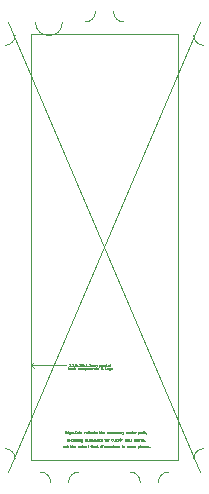
<source format=gbr>
G04 #@! TF.GenerationSoftware,KiCad,Pcbnew,5.1.4-e60b266~84~ubuntu19.04.1*
G04 #@! TF.CreationDate,2019-08-12T19:04:04-04:00*
G04 #@! TF.ProjectId,pcb2molex8878,70636232-6d6f-46c6-9578-383837382e6b,rev?*
G04 #@! TF.SameCoordinates,Original*
G04 #@! TF.FileFunction,Drawing*
%FSLAX46Y46*%
G04 Gerber Fmt 4.6, Leading zero omitted, Abs format (unit mm)*
G04 Created by KiCad (PCBNEW 5.1.4-e60b266~84~ubuntu19.04.1) date 2019-08-12 19:04:04*
%MOMM*%
%LPD*%
G04 APERTURE LIST*
%ADD10C,0.010000*%
%ADD11C,0.005080*%
%ADD12C,0.025400*%
G04 APERTURE END LIST*
D10*
X140968400Y-109187000D02*
X143968400Y-109187000D01*
X140968400Y-109187000D02*
X141218400Y-109437000D01*
X141218400Y-108937000D02*
X140968400Y-109187000D01*
X140968400Y-81187000D02*
X140968400Y-117187000D01*
X153468400Y-81187000D02*
X140968400Y-81187000D01*
X153468400Y-117187000D02*
X153468400Y-81187000D01*
X140968400Y-117187000D02*
X153468400Y-117187000D01*
D11*
X155638500Y-82118200D02*
G75*
G02X154774900Y-81254600I0J863600D01*
G01*
X139661900Y-81254600D02*
G75*
G02X138798300Y-82118200I-863600J0D01*
G01*
X154774900Y-117119400D02*
G75*
G02X155638500Y-116255800I863600J0D01*
G01*
X138798300Y-116255800D02*
G75*
G02X139661900Y-117119400I0J-863600D01*
G01*
D10*
X139090400Y-118237000D02*
X155346400Y-80137000D01*
X139090400Y-80137000D02*
X155346400Y-118237000D01*
D11*
X148844000Y-80137000D02*
G75*
G02X147980400Y-79273400I0J863600D01*
G01*
X146456400Y-79273400D02*
G75*
G02X145592800Y-80137000I-863600J0D01*
G01*
X149390100Y-118237000D02*
G75*
G02X150253700Y-119100600I0J-863600D01*
G01*
X151777700Y-119100600D02*
G75*
G02X152641300Y-118237000I863600J0D01*
G01*
X144183100Y-119100600D02*
G75*
G02X145046700Y-118237000I863600J0D01*
G01*
X141795500Y-118237000D02*
G75*
G02X142659100Y-119100600I0J-863600D01*
G01*
D12*
X143662400Y-80137000D02*
G75*
G02X141376400Y-80137000I-1143000J0D01*
G01*
D10*
X144111257Y-109527476D02*
X144111257Y-109327476D01*
X144111257Y-109403666D02*
X144130304Y-109394142D01*
X144168400Y-109394142D01*
X144187447Y-109403666D01*
X144196971Y-109413190D01*
X144206495Y-109432238D01*
X144206495Y-109489380D01*
X144196971Y-109508428D01*
X144187447Y-109517952D01*
X144168400Y-109527476D01*
X144130304Y-109527476D01*
X144111257Y-109517952D01*
X144377923Y-109527476D02*
X144377923Y-109422714D01*
X144368400Y-109403666D01*
X144349352Y-109394142D01*
X144311257Y-109394142D01*
X144292209Y-109403666D01*
X144377923Y-109517952D02*
X144358876Y-109527476D01*
X144311257Y-109527476D01*
X144292209Y-109517952D01*
X144282685Y-109498904D01*
X144282685Y-109479857D01*
X144292209Y-109460809D01*
X144311257Y-109451285D01*
X144358876Y-109451285D01*
X144377923Y-109441761D01*
X144558876Y-109517952D02*
X144539828Y-109527476D01*
X144501733Y-109527476D01*
X144482685Y-109517952D01*
X144473161Y-109508428D01*
X144463638Y-109489380D01*
X144463638Y-109432238D01*
X144473161Y-109413190D01*
X144482685Y-109403666D01*
X144501733Y-109394142D01*
X144539828Y-109394142D01*
X144558876Y-109403666D01*
X144644590Y-109527476D02*
X144644590Y-109327476D01*
X144663638Y-109451285D02*
X144720780Y-109527476D01*
X144720780Y-109394142D02*
X144644590Y-109470333D01*
X145044590Y-109517952D02*
X145025542Y-109527476D01*
X144987447Y-109527476D01*
X144968400Y-109517952D01*
X144958876Y-109508428D01*
X144949352Y-109489380D01*
X144949352Y-109432238D01*
X144958876Y-109413190D01*
X144968400Y-109403666D01*
X144987447Y-109394142D01*
X145025542Y-109394142D01*
X145044590Y-109403666D01*
X145158876Y-109527476D02*
X145139828Y-109517952D01*
X145130304Y-109508428D01*
X145120780Y-109489380D01*
X145120780Y-109432238D01*
X145130304Y-109413190D01*
X145139828Y-109403666D01*
X145158876Y-109394142D01*
X145187447Y-109394142D01*
X145206495Y-109403666D01*
X145216019Y-109413190D01*
X145225542Y-109432238D01*
X145225542Y-109489380D01*
X145216019Y-109508428D01*
X145206495Y-109517952D01*
X145187447Y-109527476D01*
X145158876Y-109527476D01*
X145311257Y-109527476D02*
X145311257Y-109394142D01*
X145311257Y-109413190D02*
X145320780Y-109403666D01*
X145339828Y-109394142D01*
X145368400Y-109394142D01*
X145387447Y-109403666D01*
X145396971Y-109422714D01*
X145396971Y-109527476D01*
X145396971Y-109422714D02*
X145406495Y-109403666D01*
X145425542Y-109394142D01*
X145454114Y-109394142D01*
X145473161Y-109403666D01*
X145482685Y-109422714D01*
X145482685Y-109527476D01*
X145577923Y-109394142D02*
X145577923Y-109594142D01*
X145577923Y-109403666D02*
X145596971Y-109394142D01*
X145635066Y-109394142D01*
X145654114Y-109403666D01*
X145663638Y-109413190D01*
X145673161Y-109432238D01*
X145673161Y-109489380D01*
X145663638Y-109508428D01*
X145654114Y-109517952D01*
X145635066Y-109527476D01*
X145596971Y-109527476D01*
X145577923Y-109517952D01*
X145787447Y-109527476D02*
X145768400Y-109517952D01*
X145758876Y-109508428D01*
X145749352Y-109489380D01*
X145749352Y-109432238D01*
X145758876Y-109413190D01*
X145768400Y-109403666D01*
X145787447Y-109394142D01*
X145816019Y-109394142D01*
X145835066Y-109403666D01*
X145844590Y-109413190D01*
X145854114Y-109432238D01*
X145854114Y-109489380D01*
X145844590Y-109508428D01*
X145835066Y-109517952D01*
X145816019Y-109527476D01*
X145787447Y-109527476D01*
X145939828Y-109394142D02*
X145939828Y-109527476D01*
X145939828Y-109413190D02*
X145949352Y-109403666D01*
X145968400Y-109394142D01*
X145996971Y-109394142D01*
X146016019Y-109403666D01*
X146025542Y-109422714D01*
X146025542Y-109527476D01*
X146196971Y-109517952D02*
X146177923Y-109527476D01*
X146139828Y-109527476D01*
X146120780Y-109517952D01*
X146111257Y-109498904D01*
X146111257Y-109422714D01*
X146120780Y-109403666D01*
X146139828Y-109394142D01*
X146177923Y-109394142D01*
X146196971Y-109403666D01*
X146206495Y-109422714D01*
X146206495Y-109441761D01*
X146111257Y-109460809D01*
X146292209Y-109394142D02*
X146292209Y-109527476D01*
X146292209Y-109413190D02*
X146301733Y-109403666D01*
X146320780Y-109394142D01*
X146349352Y-109394142D01*
X146368400Y-109403666D01*
X146377923Y-109422714D01*
X146377923Y-109527476D01*
X146444590Y-109394142D02*
X146520780Y-109394142D01*
X146473161Y-109327476D02*
X146473161Y-109498904D01*
X146482685Y-109517952D01*
X146501733Y-109527476D01*
X146520780Y-109527476D01*
X146577923Y-109517952D02*
X146596971Y-109527476D01*
X146635066Y-109527476D01*
X146654114Y-109517952D01*
X146663638Y-109498904D01*
X146663638Y-109489380D01*
X146654114Y-109470333D01*
X146635066Y-109460809D01*
X146606495Y-109460809D01*
X146587447Y-109451285D01*
X146577923Y-109432238D01*
X146577923Y-109422714D01*
X146587447Y-109403666D01*
X146606495Y-109394142D01*
X146635066Y-109394142D01*
X146654114Y-109403666D01*
X147063638Y-109527476D02*
X147054114Y-109527476D01*
X147035066Y-109517952D01*
X147006495Y-109489380D01*
X146958876Y-109432238D01*
X146939828Y-109403666D01*
X146930304Y-109375095D01*
X146930304Y-109356047D01*
X146939828Y-109337000D01*
X146958876Y-109327476D01*
X146968400Y-109327476D01*
X146987447Y-109337000D01*
X146996971Y-109356047D01*
X146996971Y-109365571D01*
X146987447Y-109384619D01*
X146977923Y-109394142D01*
X146920780Y-109432238D01*
X146911257Y-109441761D01*
X146901733Y-109460809D01*
X146901733Y-109489380D01*
X146911257Y-109508428D01*
X146920780Y-109517952D01*
X146939828Y-109527476D01*
X146968400Y-109527476D01*
X146987447Y-109517952D01*
X146996971Y-109508428D01*
X147025542Y-109470333D01*
X147035066Y-109441761D01*
X147035066Y-109422714D01*
X147330304Y-109527476D02*
X147311257Y-109517952D01*
X147301733Y-109498904D01*
X147301733Y-109327476D01*
X147482685Y-109517952D02*
X147463638Y-109527476D01*
X147425542Y-109527476D01*
X147406495Y-109517952D01*
X147396971Y-109498904D01*
X147396971Y-109422714D01*
X147406495Y-109403666D01*
X147425542Y-109394142D01*
X147463638Y-109394142D01*
X147482685Y-109403666D01*
X147492209Y-109422714D01*
X147492209Y-109441761D01*
X147396971Y-109460809D01*
X147663638Y-109394142D02*
X147663638Y-109556047D01*
X147654114Y-109575095D01*
X147644590Y-109584619D01*
X147625542Y-109594142D01*
X147596971Y-109594142D01*
X147577923Y-109584619D01*
X147663638Y-109517952D02*
X147644590Y-109527476D01*
X147606495Y-109527476D01*
X147587447Y-109517952D01*
X147577923Y-109508428D01*
X147568400Y-109489380D01*
X147568400Y-109432238D01*
X147577923Y-109413190D01*
X147587447Y-109403666D01*
X147606495Y-109394142D01*
X147644590Y-109394142D01*
X147663638Y-109403666D01*
X147749352Y-109517952D02*
X147768400Y-109527476D01*
X147806495Y-109527476D01*
X147825542Y-109517952D01*
X147835066Y-109498904D01*
X147835066Y-109489380D01*
X147825542Y-109470333D01*
X147806495Y-109460809D01*
X147777923Y-109460809D01*
X147758876Y-109451285D01*
X147749352Y-109432238D01*
X147749352Y-109422714D01*
X147758876Y-109403666D01*
X147777923Y-109394142D01*
X147806495Y-109394142D01*
X147825542Y-109403666D01*
X144363638Y-109277476D02*
X144249352Y-109277476D01*
X144306495Y-109277476D02*
X144306495Y-109077476D01*
X144287447Y-109106047D01*
X144268400Y-109125095D01*
X144249352Y-109134619D01*
X144439828Y-109096523D02*
X144449352Y-109087000D01*
X144468400Y-109077476D01*
X144516019Y-109077476D01*
X144535066Y-109087000D01*
X144544590Y-109096523D01*
X144554114Y-109115571D01*
X144554114Y-109134619D01*
X144544590Y-109163190D01*
X144430304Y-109277476D01*
X144554114Y-109277476D01*
X144639828Y-109258428D02*
X144649352Y-109267952D01*
X144639828Y-109277476D01*
X144630304Y-109267952D01*
X144639828Y-109258428D01*
X144639828Y-109277476D01*
X144830304Y-109077476D02*
X144735066Y-109077476D01*
X144725542Y-109172714D01*
X144735066Y-109163190D01*
X144754114Y-109153666D01*
X144801733Y-109153666D01*
X144820780Y-109163190D01*
X144830304Y-109172714D01*
X144839828Y-109191761D01*
X144839828Y-109239380D01*
X144830304Y-109258428D01*
X144820780Y-109267952D01*
X144801733Y-109277476D01*
X144754114Y-109277476D01*
X144735066Y-109267952D01*
X144725542Y-109258428D01*
X144906495Y-109277476D02*
X145011257Y-109144142D01*
X144906495Y-109144142D02*
X145011257Y-109277476D01*
X145068400Y-109077476D02*
X145192209Y-109077476D01*
X145125542Y-109153666D01*
X145154114Y-109153666D01*
X145173161Y-109163190D01*
X145182685Y-109172714D01*
X145192209Y-109191761D01*
X145192209Y-109239380D01*
X145182685Y-109258428D01*
X145173161Y-109267952D01*
X145154114Y-109277476D01*
X145096971Y-109277476D01*
X145077923Y-109267952D01*
X145068400Y-109258428D01*
X145363638Y-109077476D02*
X145325542Y-109077476D01*
X145306495Y-109087000D01*
X145296971Y-109096523D01*
X145277923Y-109125095D01*
X145268400Y-109163190D01*
X145268400Y-109239380D01*
X145277923Y-109258428D01*
X145287447Y-109267952D01*
X145306495Y-109277476D01*
X145344590Y-109277476D01*
X145363638Y-109267952D01*
X145373161Y-109258428D01*
X145382685Y-109239380D01*
X145382685Y-109191761D01*
X145373161Y-109172714D01*
X145363638Y-109163190D01*
X145344590Y-109153666D01*
X145306495Y-109153666D01*
X145287447Y-109163190D01*
X145277923Y-109172714D01*
X145268400Y-109191761D01*
X145449352Y-109277476D02*
X145554114Y-109144142D01*
X145449352Y-109144142D02*
X145554114Y-109277476D01*
X145735066Y-109277476D02*
X145620780Y-109277476D01*
X145677923Y-109277476D02*
X145677923Y-109077476D01*
X145658876Y-109106047D01*
X145639828Y-109125095D01*
X145620780Y-109134619D01*
X145820780Y-109258428D02*
X145830304Y-109267952D01*
X145820780Y-109277476D01*
X145811257Y-109267952D01*
X145820780Y-109258428D01*
X145820780Y-109277476D01*
X145906495Y-109096523D02*
X145916019Y-109087000D01*
X145935066Y-109077476D01*
X145982685Y-109077476D01*
X146001733Y-109087000D01*
X146011257Y-109096523D01*
X146020780Y-109115571D01*
X146020780Y-109134619D01*
X146011257Y-109163190D01*
X145896971Y-109277476D01*
X146020780Y-109277476D01*
X146106495Y-109277476D02*
X146106495Y-109144142D01*
X146106495Y-109163190D02*
X146116019Y-109153666D01*
X146135066Y-109144142D01*
X146163638Y-109144142D01*
X146182685Y-109153666D01*
X146192209Y-109172714D01*
X146192209Y-109277476D01*
X146192209Y-109172714D02*
X146201733Y-109153666D01*
X146220780Y-109144142D01*
X146249352Y-109144142D01*
X146268400Y-109153666D01*
X146277923Y-109172714D01*
X146277923Y-109277476D01*
X146373161Y-109277476D02*
X146373161Y-109144142D01*
X146373161Y-109163190D02*
X146382685Y-109153666D01*
X146401733Y-109144142D01*
X146430304Y-109144142D01*
X146449352Y-109153666D01*
X146458876Y-109172714D01*
X146458876Y-109277476D01*
X146458876Y-109172714D02*
X146468400Y-109153666D01*
X146487447Y-109144142D01*
X146516019Y-109144142D01*
X146535066Y-109153666D01*
X146544590Y-109172714D01*
X146544590Y-109277476D01*
X146792209Y-109144142D02*
X146792209Y-109344142D01*
X146792209Y-109153666D02*
X146811257Y-109144142D01*
X146849352Y-109144142D01*
X146868400Y-109153666D01*
X146877923Y-109163190D01*
X146887447Y-109182238D01*
X146887447Y-109239380D01*
X146877923Y-109258428D01*
X146868400Y-109267952D01*
X146849352Y-109277476D01*
X146811257Y-109277476D01*
X146792209Y-109267952D01*
X147001733Y-109277476D02*
X146982685Y-109267952D01*
X146973161Y-109258428D01*
X146963638Y-109239380D01*
X146963638Y-109182238D01*
X146973161Y-109163190D01*
X146982685Y-109153666D01*
X147001733Y-109144142D01*
X147030304Y-109144142D01*
X147049352Y-109153666D01*
X147058876Y-109163190D01*
X147068400Y-109182238D01*
X147068400Y-109239380D01*
X147058876Y-109258428D01*
X147049352Y-109267952D01*
X147030304Y-109277476D01*
X147001733Y-109277476D01*
X147239828Y-109267952D02*
X147220780Y-109277476D01*
X147182685Y-109277476D01*
X147163638Y-109267952D01*
X147154114Y-109258428D01*
X147144590Y-109239380D01*
X147144590Y-109182238D01*
X147154114Y-109163190D01*
X147163638Y-109153666D01*
X147182685Y-109144142D01*
X147220780Y-109144142D01*
X147239828Y-109153666D01*
X147325542Y-109277476D02*
X147325542Y-109077476D01*
X147344590Y-109201285D02*
X147401733Y-109277476D01*
X147401733Y-109144142D02*
X147325542Y-109220333D01*
X147563638Y-109267952D02*
X147544590Y-109277476D01*
X147506495Y-109277476D01*
X147487447Y-109267952D01*
X147477923Y-109248904D01*
X147477923Y-109172714D01*
X147487447Y-109153666D01*
X147506495Y-109144142D01*
X147544590Y-109144142D01*
X147563638Y-109153666D01*
X147573161Y-109172714D01*
X147573161Y-109191761D01*
X147477923Y-109210809D01*
X147630304Y-109144142D02*
X147706495Y-109144142D01*
X147658876Y-109077476D02*
X147658876Y-109248904D01*
X147668400Y-109267952D01*
X147687447Y-109277476D01*
X147706495Y-109277476D01*
X143706495Y-116019142D02*
X143706495Y-116152476D01*
X143706495Y-116038190D02*
X143716019Y-116028666D01*
X143735066Y-116019142D01*
X143763638Y-116019142D01*
X143782685Y-116028666D01*
X143792209Y-116047714D01*
X143792209Y-116152476D01*
X143916019Y-116152476D02*
X143896971Y-116142952D01*
X143887447Y-116133428D01*
X143877923Y-116114380D01*
X143877923Y-116057238D01*
X143887447Y-116038190D01*
X143896971Y-116028666D01*
X143916019Y-116019142D01*
X143944590Y-116019142D01*
X143963638Y-116028666D01*
X143973161Y-116038190D01*
X143982685Y-116057238D01*
X143982685Y-116114380D01*
X143973161Y-116133428D01*
X143963638Y-116142952D01*
X143944590Y-116152476D01*
X143916019Y-116152476D01*
X144039828Y-116019142D02*
X144116019Y-116019142D01*
X144068400Y-115952476D02*
X144068400Y-116123904D01*
X144077923Y-116142952D01*
X144096971Y-116152476D01*
X144116019Y-116152476D01*
X144306495Y-116019142D02*
X144382685Y-116019142D01*
X144335066Y-115952476D02*
X144335066Y-116123904D01*
X144344590Y-116142952D01*
X144363638Y-116152476D01*
X144382685Y-116152476D01*
X144449352Y-116152476D02*
X144449352Y-115952476D01*
X144535066Y-116152476D02*
X144535066Y-116047714D01*
X144525542Y-116028666D01*
X144506495Y-116019142D01*
X144477923Y-116019142D01*
X144458876Y-116028666D01*
X144449352Y-116038190D01*
X144706495Y-116142952D02*
X144687447Y-116152476D01*
X144649352Y-116152476D01*
X144630304Y-116142952D01*
X144620780Y-116123904D01*
X144620780Y-116047714D01*
X144630304Y-116028666D01*
X144649352Y-116019142D01*
X144687447Y-116019142D01*
X144706495Y-116028666D01*
X144716019Y-116047714D01*
X144716019Y-116066761D01*
X144620780Y-116085809D01*
X145039828Y-116152476D02*
X145039828Y-116047714D01*
X145030304Y-116028666D01*
X145011257Y-116019142D01*
X144973161Y-116019142D01*
X144954114Y-116028666D01*
X145039828Y-116142952D02*
X145020780Y-116152476D01*
X144973161Y-116152476D01*
X144954114Y-116142952D01*
X144944590Y-116123904D01*
X144944590Y-116104857D01*
X144954114Y-116085809D01*
X144973161Y-116076285D01*
X145020780Y-116076285D01*
X145039828Y-116066761D01*
X145220780Y-116142952D02*
X145201733Y-116152476D01*
X145163638Y-116152476D01*
X145144590Y-116142952D01*
X145135066Y-116133428D01*
X145125542Y-116114380D01*
X145125542Y-116057238D01*
X145135066Y-116038190D01*
X145144590Y-116028666D01*
X145163638Y-116019142D01*
X145201733Y-116019142D01*
X145220780Y-116028666D01*
X145277923Y-116019142D02*
X145354114Y-116019142D01*
X145306495Y-115952476D02*
X145306495Y-116123904D01*
X145316019Y-116142952D01*
X145335066Y-116152476D01*
X145354114Y-116152476D01*
X145506495Y-116019142D02*
X145506495Y-116152476D01*
X145420780Y-116019142D02*
X145420780Y-116123904D01*
X145430304Y-116142952D01*
X145449352Y-116152476D01*
X145477923Y-116152476D01*
X145496971Y-116142952D01*
X145506495Y-116133428D01*
X145687447Y-116152476D02*
X145687447Y-116047714D01*
X145677923Y-116028666D01*
X145658876Y-116019142D01*
X145620780Y-116019142D01*
X145601733Y-116028666D01*
X145687447Y-116142952D02*
X145668400Y-116152476D01*
X145620780Y-116152476D01*
X145601733Y-116142952D01*
X145592209Y-116123904D01*
X145592209Y-116104857D01*
X145601733Y-116085809D01*
X145620780Y-116076285D01*
X145668400Y-116076285D01*
X145687447Y-116066761D01*
X145811257Y-116152476D02*
X145792209Y-116142952D01*
X145782685Y-116123904D01*
X145782685Y-115952476D01*
X146011257Y-116019142D02*
X146087447Y-116019142D01*
X146039828Y-116152476D02*
X146039828Y-115981047D01*
X146049352Y-115962000D01*
X146068400Y-115952476D01*
X146087447Y-115952476D01*
X146154114Y-116152476D02*
X146154114Y-116019142D01*
X146154114Y-115952476D02*
X146144590Y-115962000D01*
X146154114Y-115971523D01*
X146163638Y-115962000D01*
X146154114Y-115952476D01*
X146154114Y-115971523D01*
X146249352Y-116019142D02*
X146249352Y-116152476D01*
X146249352Y-116038190D02*
X146258876Y-116028666D01*
X146277923Y-116019142D01*
X146306495Y-116019142D01*
X146325542Y-116028666D01*
X146335066Y-116047714D01*
X146335066Y-116152476D01*
X146516019Y-116152476D02*
X146516019Y-116047714D01*
X146506495Y-116028666D01*
X146487447Y-116019142D01*
X146449352Y-116019142D01*
X146430304Y-116028666D01*
X146516019Y-116142952D02*
X146496971Y-116152476D01*
X146449352Y-116152476D01*
X146430304Y-116142952D01*
X146420780Y-116123904D01*
X146420780Y-116104857D01*
X146430304Y-116085809D01*
X146449352Y-116076285D01*
X146496971Y-116076285D01*
X146516019Y-116066761D01*
X146639828Y-116152476D02*
X146620780Y-116142952D01*
X146611257Y-116123904D01*
X146611257Y-115952476D01*
X146954114Y-116152476D02*
X146954114Y-115952476D01*
X146954114Y-116142952D02*
X146935066Y-116152476D01*
X146896971Y-116152476D01*
X146877923Y-116142952D01*
X146868400Y-116133428D01*
X146858876Y-116114380D01*
X146858876Y-116057238D01*
X146868400Y-116038190D01*
X146877923Y-116028666D01*
X146896971Y-116019142D01*
X146935066Y-116019142D01*
X146954114Y-116028666D01*
X147049352Y-116152476D02*
X147049352Y-116019142D01*
X147049352Y-115952476D02*
X147039828Y-115962000D01*
X147049352Y-115971523D01*
X147058876Y-115962000D01*
X147049352Y-115952476D01*
X147049352Y-115971523D01*
X147144590Y-116152476D02*
X147144590Y-116019142D01*
X147144590Y-116038190D02*
X147154114Y-116028666D01*
X147173161Y-116019142D01*
X147201733Y-116019142D01*
X147220780Y-116028666D01*
X147230304Y-116047714D01*
X147230304Y-116152476D01*
X147230304Y-116047714D02*
X147239828Y-116028666D01*
X147258876Y-116019142D01*
X147287447Y-116019142D01*
X147306495Y-116028666D01*
X147316019Y-116047714D01*
X147316019Y-116152476D01*
X147487447Y-116142952D02*
X147468400Y-116152476D01*
X147430304Y-116152476D01*
X147411257Y-116142952D01*
X147401733Y-116123904D01*
X147401733Y-116047714D01*
X147411257Y-116028666D01*
X147430304Y-116019142D01*
X147468400Y-116019142D01*
X147487447Y-116028666D01*
X147496971Y-116047714D01*
X147496971Y-116066761D01*
X147401733Y-116085809D01*
X147582685Y-116019142D02*
X147582685Y-116152476D01*
X147582685Y-116038190D02*
X147592209Y-116028666D01*
X147611257Y-116019142D01*
X147639828Y-116019142D01*
X147658876Y-116028666D01*
X147668400Y-116047714D01*
X147668400Y-116152476D01*
X147754114Y-116142952D02*
X147773161Y-116152476D01*
X147811257Y-116152476D01*
X147830304Y-116142952D01*
X147839828Y-116123904D01*
X147839828Y-116114380D01*
X147830304Y-116095333D01*
X147811257Y-116085809D01*
X147782685Y-116085809D01*
X147763638Y-116076285D01*
X147754114Y-116057238D01*
X147754114Y-116047714D01*
X147763638Y-116028666D01*
X147782685Y-116019142D01*
X147811257Y-116019142D01*
X147830304Y-116028666D01*
X147925542Y-116152476D02*
X147925542Y-116019142D01*
X147925542Y-115952476D02*
X147916019Y-115962000D01*
X147925542Y-115971523D01*
X147935066Y-115962000D01*
X147925542Y-115952476D01*
X147925542Y-115971523D01*
X148049352Y-116152476D02*
X148030304Y-116142952D01*
X148020780Y-116133428D01*
X148011257Y-116114380D01*
X148011257Y-116057238D01*
X148020780Y-116038190D01*
X148030304Y-116028666D01*
X148049352Y-116019142D01*
X148077923Y-116019142D01*
X148096971Y-116028666D01*
X148106495Y-116038190D01*
X148116019Y-116057238D01*
X148116019Y-116114380D01*
X148106495Y-116133428D01*
X148096971Y-116142952D01*
X148077923Y-116152476D01*
X148049352Y-116152476D01*
X148201733Y-116019142D02*
X148201733Y-116152476D01*
X148201733Y-116038190D02*
X148211257Y-116028666D01*
X148230304Y-116019142D01*
X148258876Y-116019142D01*
X148277923Y-116028666D01*
X148287447Y-116047714D01*
X148287447Y-116152476D01*
X148373161Y-116142952D02*
X148392209Y-116152476D01*
X148430304Y-116152476D01*
X148449352Y-116142952D01*
X148458876Y-116123904D01*
X148458876Y-116114380D01*
X148449352Y-116095333D01*
X148430304Y-116085809D01*
X148401733Y-116085809D01*
X148382685Y-116076285D01*
X148373161Y-116057238D01*
X148373161Y-116047714D01*
X148382685Y-116028666D01*
X148401733Y-116019142D01*
X148430304Y-116019142D01*
X148449352Y-116028666D01*
X148696971Y-116152476D02*
X148696971Y-116019142D01*
X148696971Y-115952476D02*
X148687447Y-115962000D01*
X148696971Y-115971523D01*
X148706495Y-115962000D01*
X148696971Y-115952476D01*
X148696971Y-115971523D01*
X148792209Y-116019142D02*
X148792209Y-116152476D01*
X148792209Y-116038190D02*
X148801733Y-116028666D01*
X148820780Y-116019142D01*
X148849352Y-116019142D01*
X148868400Y-116028666D01*
X148877923Y-116047714D01*
X148877923Y-116152476D01*
X149116019Y-116142952D02*
X149135066Y-116152476D01*
X149173161Y-116152476D01*
X149192209Y-116142952D01*
X149201733Y-116123904D01*
X149201733Y-116114380D01*
X149192209Y-116095333D01*
X149173161Y-116085809D01*
X149144590Y-116085809D01*
X149125542Y-116076285D01*
X149116019Y-116057238D01*
X149116019Y-116047714D01*
X149125542Y-116028666D01*
X149144590Y-116019142D01*
X149173161Y-116019142D01*
X149192209Y-116028666D01*
X149316019Y-116152476D02*
X149296971Y-116142952D01*
X149287447Y-116133428D01*
X149277923Y-116114380D01*
X149277923Y-116057238D01*
X149287447Y-116038190D01*
X149296971Y-116028666D01*
X149316019Y-116019142D01*
X149344590Y-116019142D01*
X149363638Y-116028666D01*
X149373161Y-116038190D01*
X149382685Y-116057238D01*
X149382685Y-116114380D01*
X149373161Y-116133428D01*
X149363638Y-116142952D01*
X149344590Y-116152476D01*
X149316019Y-116152476D01*
X149468400Y-116152476D02*
X149468400Y-116019142D01*
X149468400Y-116038190D02*
X149477923Y-116028666D01*
X149496971Y-116019142D01*
X149525542Y-116019142D01*
X149544590Y-116028666D01*
X149554114Y-116047714D01*
X149554114Y-116152476D01*
X149554114Y-116047714D02*
X149563638Y-116028666D01*
X149582685Y-116019142D01*
X149611257Y-116019142D01*
X149630304Y-116028666D01*
X149639828Y-116047714D01*
X149639828Y-116152476D01*
X149811257Y-116142952D02*
X149792209Y-116152476D01*
X149754114Y-116152476D01*
X149735066Y-116142952D01*
X149725542Y-116123904D01*
X149725542Y-116047714D01*
X149735066Y-116028666D01*
X149754114Y-116019142D01*
X149792209Y-116019142D01*
X149811257Y-116028666D01*
X149820780Y-116047714D01*
X149820780Y-116066761D01*
X149725542Y-116085809D01*
X150058876Y-116019142D02*
X150058876Y-116219142D01*
X150058876Y-116028666D02*
X150077923Y-116019142D01*
X150116019Y-116019142D01*
X150135066Y-116028666D01*
X150144590Y-116038190D01*
X150154114Y-116057238D01*
X150154114Y-116114380D01*
X150144590Y-116133428D01*
X150135066Y-116142952D01*
X150116019Y-116152476D01*
X150077923Y-116152476D01*
X150058876Y-116142952D01*
X150268400Y-116152476D02*
X150249352Y-116142952D01*
X150239828Y-116123904D01*
X150239828Y-115952476D01*
X150430304Y-116152476D02*
X150430304Y-116047714D01*
X150420780Y-116028666D01*
X150401733Y-116019142D01*
X150363638Y-116019142D01*
X150344590Y-116028666D01*
X150430304Y-116142952D02*
X150411257Y-116152476D01*
X150363638Y-116152476D01*
X150344590Y-116142952D01*
X150335066Y-116123904D01*
X150335066Y-116104857D01*
X150344590Y-116085809D01*
X150363638Y-116076285D01*
X150411257Y-116076285D01*
X150430304Y-116066761D01*
X150611257Y-116142952D02*
X150592209Y-116152476D01*
X150554114Y-116152476D01*
X150535066Y-116142952D01*
X150525542Y-116133428D01*
X150516019Y-116114380D01*
X150516019Y-116057238D01*
X150525542Y-116038190D01*
X150535066Y-116028666D01*
X150554114Y-116019142D01*
X150592209Y-116019142D01*
X150611257Y-116028666D01*
X150773161Y-116142952D02*
X150754114Y-116152476D01*
X150716019Y-116152476D01*
X150696971Y-116142952D01*
X150687447Y-116123904D01*
X150687447Y-116047714D01*
X150696971Y-116028666D01*
X150716019Y-116019142D01*
X150754114Y-116019142D01*
X150773161Y-116028666D01*
X150782685Y-116047714D01*
X150782685Y-116066761D01*
X150687447Y-116085809D01*
X150858876Y-116142952D02*
X150877923Y-116152476D01*
X150916019Y-116152476D01*
X150935066Y-116142952D01*
X150944590Y-116123904D01*
X150944590Y-116114380D01*
X150935066Y-116095333D01*
X150916019Y-116085809D01*
X150887447Y-116085809D01*
X150868400Y-116076285D01*
X150858876Y-116057238D01*
X150858876Y-116047714D01*
X150868400Y-116028666D01*
X150887447Y-116019142D01*
X150916019Y-116019142D01*
X150935066Y-116028666D01*
X151030304Y-116133428D02*
X151039828Y-116142952D01*
X151030304Y-116152476D01*
X151020780Y-116142952D01*
X151030304Y-116133428D01*
X151030304Y-116152476D01*
X144071971Y-115602476D02*
X144071971Y-115469142D01*
X144071971Y-115402476D02*
X144062447Y-115412000D01*
X144071971Y-115421523D01*
X144081495Y-115412000D01*
X144071971Y-115402476D01*
X144071971Y-115421523D01*
X144167209Y-115469142D02*
X144167209Y-115602476D01*
X144167209Y-115488190D02*
X144176733Y-115478666D01*
X144195780Y-115469142D01*
X144224352Y-115469142D01*
X144243400Y-115478666D01*
X144252923Y-115497714D01*
X144252923Y-115602476D01*
X144433876Y-115592952D02*
X144414828Y-115602476D01*
X144376733Y-115602476D01*
X144357685Y-115592952D01*
X144348161Y-115583428D01*
X144338638Y-115564380D01*
X144338638Y-115507238D01*
X144348161Y-115488190D01*
X144357685Y-115478666D01*
X144376733Y-115469142D01*
X144414828Y-115469142D01*
X144433876Y-115478666D01*
X144548161Y-115602476D02*
X144529114Y-115592952D01*
X144519590Y-115573904D01*
X144519590Y-115402476D01*
X144710066Y-115469142D02*
X144710066Y-115602476D01*
X144624352Y-115469142D02*
X144624352Y-115573904D01*
X144633876Y-115592952D01*
X144652923Y-115602476D01*
X144681495Y-115602476D01*
X144700542Y-115592952D01*
X144710066Y-115583428D01*
X144891019Y-115602476D02*
X144891019Y-115402476D01*
X144891019Y-115592952D02*
X144871971Y-115602476D01*
X144833876Y-115602476D01*
X144814828Y-115592952D01*
X144805304Y-115583428D01*
X144795780Y-115564380D01*
X144795780Y-115507238D01*
X144805304Y-115488190D01*
X144814828Y-115478666D01*
X144833876Y-115469142D01*
X144871971Y-115469142D01*
X144891019Y-115478666D01*
X144986257Y-115602476D02*
X144986257Y-115469142D01*
X144986257Y-115402476D02*
X144976733Y-115412000D01*
X144986257Y-115421523D01*
X144995780Y-115412000D01*
X144986257Y-115402476D01*
X144986257Y-115421523D01*
X145081495Y-115469142D02*
X145081495Y-115602476D01*
X145081495Y-115488190D02*
X145091019Y-115478666D01*
X145110066Y-115469142D01*
X145138638Y-115469142D01*
X145157685Y-115478666D01*
X145167209Y-115497714D01*
X145167209Y-115602476D01*
X145348161Y-115469142D02*
X145348161Y-115631047D01*
X145338638Y-115650095D01*
X145329114Y-115659619D01*
X145310066Y-115669142D01*
X145281495Y-115669142D01*
X145262447Y-115659619D01*
X145348161Y-115592952D02*
X145329114Y-115602476D01*
X145291019Y-115602476D01*
X145271971Y-115592952D01*
X145262447Y-115583428D01*
X145252923Y-115564380D01*
X145252923Y-115507238D01*
X145262447Y-115488190D01*
X145271971Y-115478666D01*
X145291019Y-115469142D01*
X145329114Y-115469142D01*
X145348161Y-115478666D01*
X145681495Y-115602476D02*
X145681495Y-115497714D01*
X145671971Y-115478666D01*
X145652923Y-115469142D01*
X145614828Y-115469142D01*
X145595780Y-115478666D01*
X145681495Y-115592952D02*
X145662447Y-115602476D01*
X145614828Y-115602476D01*
X145595780Y-115592952D01*
X145586257Y-115573904D01*
X145586257Y-115554857D01*
X145595780Y-115535809D01*
X145614828Y-115526285D01*
X145662447Y-115526285D01*
X145681495Y-115516761D01*
X145805304Y-115602476D02*
X145786257Y-115592952D01*
X145776733Y-115573904D01*
X145776733Y-115402476D01*
X145910066Y-115602476D02*
X145891019Y-115592952D01*
X145881495Y-115573904D01*
X145881495Y-115402476D01*
X146014828Y-115602476D02*
X145995780Y-115592952D01*
X145986257Y-115583428D01*
X145976733Y-115564380D01*
X145976733Y-115507238D01*
X145986257Y-115488190D01*
X145995780Y-115478666D01*
X146014828Y-115469142D01*
X146043400Y-115469142D01*
X146062447Y-115478666D01*
X146071971Y-115488190D01*
X146081495Y-115507238D01*
X146081495Y-115564380D01*
X146071971Y-115583428D01*
X146062447Y-115592952D01*
X146043400Y-115602476D01*
X146014828Y-115602476D01*
X146148161Y-115469142D02*
X146186257Y-115602476D01*
X146224352Y-115507238D01*
X146262447Y-115602476D01*
X146300542Y-115469142D01*
X146462447Y-115602476D02*
X146462447Y-115497714D01*
X146452923Y-115478666D01*
X146433876Y-115469142D01*
X146395780Y-115469142D01*
X146376733Y-115478666D01*
X146462447Y-115592952D02*
X146443400Y-115602476D01*
X146395780Y-115602476D01*
X146376733Y-115592952D01*
X146367209Y-115573904D01*
X146367209Y-115554857D01*
X146376733Y-115535809D01*
X146395780Y-115526285D01*
X146443400Y-115526285D01*
X146462447Y-115516761D01*
X146557685Y-115469142D02*
X146557685Y-115602476D01*
X146557685Y-115488190D02*
X146567209Y-115478666D01*
X146586257Y-115469142D01*
X146614828Y-115469142D01*
X146633876Y-115478666D01*
X146643400Y-115497714D01*
X146643400Y-115602476D01*
X146824352Y-115592952D02*
X146805304Y-115602476D01*
X146767209Y-115602476D01*
X146748161Y-115592952D01*
X146738638Y-115583428D01*
X146729114Y-115564380D01*
X146729114Y-115507238D01*
X146738638Y-115488190D01*
X146748161Y-115478666D01*
X146767209Y-115469142D01*
X146805304Y-115469142D01*
X146824352Y-115478666D01*
X146986257Y-115592952D02*
X146967209Y-115602476D01*
X146929114Y-115602476D01*
X146910066Y-115592952D01*
X146900542Y-115573904D01*
X146900542Y-115497714D01*
X146910066Y-115478666D01*
X146929114Y-115469142D01*
X146967209Y-115469142D01*
X146986257Y-115478666D01*
X146995780Y-115497714D01*
X146995780Y-115516761D01*
X146900542Y-115535809D01*
X147205304Y-115469142D02*
X147281495Y-115469142D01*
X147233876Y-115602476D02*
X147233876Y-115431047D01*
X147243400Y-115412000D01*
X147262447Y-115402476D01*
X147281495Y-115402476D01*
X147376733Y-115602476D02*
X147357685Y-115592952D01*
X147348161Y-115583428D01*
X147338638Y-115564380D01*
X147338638Y-115507238D01*
X147348161Y-115488190D01*
X147357685Y-115478666D01*
X147376733Y-115469142D01*
X147405304Y-115469142D01*
X147424352Y-115478666D01*
X147433876Y-115488190D01*
X147443400Y-115507238D01*
X147443400Y-115564380D01*
X147433876Y-115583428D01*
X147424352Y-115592952D01*
X147405304Y-115602476D01*
X147376733Y-115602476D01*
X147529114Y-115602476D02*
X147529114Y-115469142D01*
X147529114Y-115507238D02*
X147538638Y-115488190D01*
X147548161Y-115478666D01*
X147567209Y-115469142D01*
X147586257Y-115469142D01*
X147843400Y-115402476D02*
X147862447Y-115402476D01*
X147881495Y-115412000D01*
X147891019Y-115421523D01*
X147900542Y-115440571D01*
X147910066Y-115478666D01*
X147910066Y-115526285D01*
X147900542Y-115564380D01*
X147891019Y-115583428D01*
X147881495Y-115592952D01*
X147862447Y-115602476D01*
X147843400Y-115602476D01*
X147824352Y-115592952D01*
X147814828Y-115583428D01*
X147805304Y-115564380D01*
X147795780Y-115526285D01*
X147795780Y-115478666D01*
X147805304Y-115440571D01*
X147814828Y-115421523D01*
X147824352Y-115412000D01*
X147843400Y-115402476D01*
X147995780Y-115583428D02*
X148005304Y-115592952D01*
X147995780Y-115602476D01*
X147986257Y-115592952D01*
X147995780Y-115583428D01*
X147995780Y-115602476D01*
X148129114Y-115402476D02*
X148148161Y-115402476D01*
X148167209Y-115412000D01*
X148176733Y-115421523D01*
X148186257Y-115440571D01*
X148195780Y-115478666D01*
X148195780Y-115526285D01*
X148186257Y-115564380D01*
X148176733Y-115583428D01*
X148167209Y-115592952D01*
X148148161Y-115602476D01*
X148129114Y-115602476D01*
X148110066Y-115592952D01*
X148100542Y-115583428D01*
X148091019Y-115564380D01*
X148081495Y-115526285D01*
X148081495Y-115478666D01*
X148091019Y-115440571D01*
X148100542Y-115421523D01*
X148110066Y-115412000D01*
X148129114Y-115402476D01*
X148262447Y-115402476D02*
X148386257Y-115402476D01*
X148319590Y-115478666D01*
X148348161Y-115478666D01*
X148367209Y-115488190D01*
X148376733Y-115497714D01*
X148386257Y-115516761D01*
X148386257Y-115564380D01*
X148376733Y-115583428D01*
X148367209Y-115592952D01*
X148348161Y-115602476D01*
X148291019Y-115602476D01*
X148271971Y-115592952D01*
X148262447Y-115583428D01*
X148557685Y-115469142D02*
X148557685Y-115602476D01*
X148510066Y-115392952D02*
X148462447Y-115535809D01*
X148586257Y-115535809D01*
X148652923Y-115402476D02*
X148652923Y-115440571D01*
X148729114Y-115402476D02*
X148729114Y-115440571D01*
X148967209Y-115602476D02*
X148967209Y-115469142D01*
X148967209Y-115488190D02*
X148976733Y-115478666D01*
X148995780Y-115469142D01*
X149024352Y-115469142D01*
X149043400Y-115478666D01*
X149052923Y-115497714D01*
X149052923Y-115602476D01*
X149052923Y-115497714D02*
X149062447Y-115478666D01*
X149081495Y-115469142D01*
X149110066Y-115469142D01*
X149129114Y-115478666D01*
X149138638Y-115497714D01*
X149138638Y-115602476D01*
X149233876Y-115602476D02*
X149233876Y-115469142D01*
X149233876Y-115402476D02*
X149224352Y-115412000D01*
X149233876Y-115421523D01*
X149243400Y-115412000D01*
X149233876Y-115402476D01*
X149233876Y-115421523D01*
X149357685Y-115602476D02*
X149338638Y-115592952D01*
X149329114Y-115573904D01*
X149329114Y-115402476D01*
X149462447Y-115602476D02*
X149443400Y-115592952D01*
X149433876Y-115573904D01*
X149433876Y-115402476D01*
X149691019Y-115602476D02*
X149691019Y-115469142D01*
X149691019Y-115507238D02*
X149700542Y-115488190D01*
X149710066Y-115478666D01*
X149729114Y-115469142D01*
X149748161Y-115469142D01*
X149900542Y-115602476D02*
X149900542Y-115497714D01*
X149891019Y-115478666D01*
X149871971Y-115469142D01*
X149833876Y-115469142D01*
X149814828Y-115478666D01*
X149900542Y-115592952D02*
X149881495Y-115602476D01*
X149833876Y-115602476D01*
X149814828Y-115592952D01*
X149805304Y-115573904D01*
X149805304Y-115554857D01*
X149814828Y-115535809D01*
X149833876Y-115526285D01*
X149881495Y-115526285D01*
X149900542Y-115516761D01*
X150081495Y-115602476D02*
X150081495Y-115402476D01*
X150081495Y-115592952D02*
X150062447Y-115602476D01*
X150024352Y-115602476D01*
X150005304Y-115592952D01*
X149995780Y-115583428D01*
X149986257Y-115564380D01*
X149986257Y-115507238D01*
X149995780Y-115488190D01*
X150005304Y-115478666D01*
X150024352Y-115469142D01*
X150062447Y-115469142D01*
X150081495Y-115478666D01*
X150176733Y-115602476D02*
X150176733Y-115469142D01*
X150176733Y-115402476D02*
X150167209Y-115412000D01*
X150176733Y-115421523D01*
X150186257Y-115412000D01*
X150176733Y-115402476D01*
X150176733Y-115421523D01*
X150357685Y-115469142D02*
X150357685Y-115602476D01*
X150271971Y-115469142D02*
X150271971Y-115573904D01*
X150281495Y-115592952D01*
X150300542Y-115602476D01*
X150329114Y-115602476D01*
X150348161Y-115592952D01*
X150357685Y-115583428D01*
X150443400Y-115592952D02*
X150462447Y-115602476D01*
X150500542Y-115602476D01*
X150519590Y-115592952D01*
X150529114Y-115573904D01*
X150529114Y-115564380D01*
X150519590Y-115545333D01*
X150500542Y-115535809D01*
X150471971Y-115535809D01*
X150452923Y-115526285D01*
X150443400Y-115507238D01*
X150443400Y-115497714D01*
X150452923Y-115478666D01*
X150471971Y-115469142D01*
X150500542Y-115469142D01*
X150519590Y-115478666D01*
X150624352Y-115592952D02*
X150624352Y-115602476D01*
X150614828Y-115621523D01*
X150605304Y-115631047D01*
X143889828Y-114847714D02*
X143956495Y-114847714D01*
X143985066Y-114952476D02*
X143889828Y-114952476D01*
X143889828Y-114752476D01*
X143985066Y-114752476D01*
X144156495Y-114952476D02*
X144156495Y-114752476D01*
X144156495Y-114942952D02*
X144137447Y-114952476D01*
X144099352Y-114952476D01*
X144080304Y-114942952D01*
X144070780Y-114933428D01*
X144061257Y-114914380D01*
X144061257Y-114857238D01*
X144070780Y-114838190D01*
X144080304Y-114828666D01*
X144099352Y-114819142D01*
X144137447Y-114819142D01*
X144156495Y-114828666D01*
X144337447Y-114819142D02*
X144337447Y-114981047D01*
X144327923Y-115000095D01*
X144318400Y-115009619D01*
X144299352Y-115019142D01*
X144270780Y-115019142D01*
X144251733Y-115009619D01*
X144337447Y-114942952D02*
X144318400Y-114952476D01*
X144280304Y-114952476D01*
X144261257Y-114942952D01*
X144251733Y-114933428D01*
X144242209Y-114914380D01*
X144242209Y-114857238D01*
X144251733Y-114838190D01*
X144261257Y-114828666D01*
X144280304Y-114819142D01*
X144318400Y-114819142D01*
X144337447Y-114828666D01*
X144508876Y-114942952D02*
X144489828Y-114952476D01*
X144451733Y-114952476D01*
X144432685Y-114942952D01*
X144423161Y-114923904D01*
X144423161Y-114847714D01*
X144432685Y-114828666D01*
X144451733Y-114819142D01*
X144489828Y-114819142D01*
X144508876Y-114828666D01*
X144518400Y-114847714D01*
X144518400Y-114866761D01*
X144423161Y-114885809D01*
X144604114Y-114933428D02*
X144613638Y-114942952D01*
X144604114Y-114952476D01*
X144594590Y-114942952D01*
X144604114Y-114933428D01*
X144604114Y-114952476D01*
X144813638Y-114933428D02*
X144804114Y-114942952D01*
X144775542Y-114952476D01*
X144756495Y-114952476D01*
X144727923Y-114942952D01*
X144708876Y-114923904D01*
X144699352Y-114904857D01*
X144689828Y-114866761D01*
X144689828Y-114838190D01*
X144699352Y-114800095D01*
X144708876Y-114781047D01*
X144727923Y-114762000D01*
X144756495Y-114752476D01*
X144775542Y-114752476D01*
X144804114Y-114762000D01*
X144813638Y-114771523D01*
X144985066Y-114819142D02*
X144985066Y-114952476D01*
X144899352Y-114819142D02*
X144899352Y-114923904D01*
X144908876Y-114942952D01*
X144927923Y-114952476D01*
X144956495Y-114952476D01*
X144975542Y-114942952D01*
X144985066Y-114933428D01*
X145051733Y-114819142D02*
X145127923Y-114819142D01*
X145080304Y-114752476D02*
X145080304Y-114923904D01*
X145089828Y-114942952D01*
X145108876Y-114952476D01*
X145127923Y-114952476D01*
X145185066Y-114942952D02*
X145204114Y-114952476D01*
X145242209Y-114952476D01*
X145261257Y-114942952D01*
X145270780Y-114923904D01*
X145270780Y-114914380D01*
X145261257Y-114895333D01*
X145242209Y-114885809D01*
X145213638Y-114885809D01*
X145194590Y-114876285D01*
X145185066Y-114857238D01*
X145185066Y-114847714D01*
X145194590Y-114828666D01*
X145213638Y-114819142D01*
X145242209Y-114819142D01*
X145261257Y-114828666D01*
X145508876Y-114952476D02*
X145508876Y-114819142D01*
X145508876Y-114857238D02*
X145518400Y-114838190D01*
X145527923Y-114828666D01*
X145546971Y-114819142D01*
X145566019Y-114819142D01*
X145708876Y-114942952D02*
X145689828Y-114952476D01*
X145651733Y-114952476D01*
X145632685Y-114942952D01*
X145623161Y-114923904D01*
X145623161Y-114847714D01*
X145632685Y-114828666D01*
X145651733Y-114819142D01*
X145689828Y-114819142D01*
X145708876Y-114828666D01*
X145718400Y-114847714D01*
X145718400Y-114866761D01*
X145623161Y-114885809D01*
X145775542Y-114819142D02*
X145851733Y-114819142D01*
X145804114Y-114952476D02*
X145804114Y-114781047D01*
X145813638Y-114762000D01*
X145832685Y-114752476D01*
X145851733Y-114752476D01*
X145946971Y-114952476D02*
X145927923Y-114942952D01*
X145918400Y-114923904D01*
X145918400Y-114752476D01*
X146099352Y-114942952D02*
X146080304Y-114952476D01*
X146042209Y-114952476D01*
X146023161Y-114942952D01*
X146013638Y-114923904D01*
X146013638Y-114847714D01*
X146023161Y-114828666D01*
X146042209Y-114819142D01*
X146080304Y-114819142D01*
X146099352Y-114828666D01*
X146108876Y-114847714D01*
X146108876Y-114866761D01*
X146013638Y-114885809D01*
X146280304Y-114942952D02*
X146261257Y-114952476D01*
X146223161Y-114952476D01*
X146204114Y-114942952D01*
X146194590Y-114933428D01*
X146185066Y-114914380D01*
X146185066Y-114857238D01*
X146194590Y-114838190D01*
X146204114Y-114828666D01*
X146223161Y-114819142D01*
X146261257Y-114819142D01*
X146280304Y-114828666D01*
X146337447Y-114819142D02*
X146413638Y-114819142D01*
X146366019Y-114752476D02*
X146366019Y-114923904D01*
X146375542Y-114942952D01*
X146394590Y-114952476D01*
X146413638Y-114952476D01*
X146470780Y-114942952D02*
X146489828Y-114952476D01*
X146527923Y-114952476D01*
X146546971Y-114942952D01*
X146556495Y-114923904D01*
X146556495Y-114914380D01*
X146546971Y-114895333D01*
X146527923Y-114885809D01*
X146499352Y-114885809D01*
X146480304Y-114876285D01*
X146470780Y-114857238D01*
X146470780Y-114847714D01*
X146480304Y-114828666D01*
X146499352Y-114819142D01*
X146527923Y-114819142D01*
X146546971Y-114828666D01*
X146766019Y-114819142D02*
X146842209Y-114819142D01*
X146794590Y-114752476D02*
X146794590Y-114923904D01*
X146804114Y-114942952D01*
X146823161Y-114952476D01*
X146842209Y-114952476D01*
X146908876Y-114952476D02*
X146908876Y-114752476D01*
X146994590Y-114952476D02*
X146994590Y-114847714D01*
X146985066Y-114828666D01*
X146966019Y-114819142D01*
X146937447Y-114819142D01*
X146918400Y-114828666D01*
X146908876Y-114838190D01*
X147166019Y-114942952D02*
X147146971Y-114952476D01*
X147108876Y-114952476D01*
X147089828Y-114942952D01*
X147080304Y-114923904D01*
X147080304Y-114847714D01*
X147089828Y-114828666D01*
X147108876Y-114819142D01*
X147146971Y-114819142D01*
X147166019Y-114828666D01*
X147175542Y-114847714D01*
X147175542Y-114866761D01*
X147080304Y-114885809D01*
X147413638Y-114819142D02*
X147413638Y-114952476D01*
X147413638Y-114838190D02*
X147423161Y-114828666D01*
X147442209Y-114819142D01*
X147470780Y-114819142D01*
X147489828Y-114828666D01*
X147499352Y-114847714D01*
X147499352Y-114952476D01*
X147670780Y-114942952D02*
X147651733Y-114952476D01*
X147613638Y-114952476D01*
X147594590Y-114942952D01*
X147585066Y-114923904D01*
X147585066Y-114847714D01*
X147594590Y-114828666D01*
X147613638Y-114819142D01*
X147651733Y-114819142D01*
X147670780Y-114828666D01*
X147680304Y-114847714D01*
X147680304Y-114866761D01*
X147585066Y-114885809D01*
X147851733Y-114942952D02*
X147832685Y-114952476D01*
X147794590Y-114952476D01*
X147775542Y-114942952D01*
X147766019Y-114933428D01*
X147756495Y-114914380D01*
X147756495Y-114857238D01*
X147766019Y-114838190D01*
X147775542Y-114828666D01*
X147794590Y-114819142D01*
X147832685Y-114819142D01*
X147851733Y-114828666D01*
X148013638Y-114942952D02*
X147994590Y-114952476D01*
X147956495Y-114952476D01*
X147937447Y-114942952D01*
X147927923Y-114923904D01*
X147927923Y-114847714D01*
X147937447Y-114828666D01*
X147956495Y-114819142D01*
X147994590Y-114819142D01*
X148013638Y-114828666D01*
X148023161Y-114847714D01*
X148023161Y-114866761D01*
X147927923Y-114885809D01*
X148099352Y-114942952D02*
X148118400Y-114952476D01*
X148156495Y-114952476D01*
X148175542Y-114942952D01*
X148185066Y-114923904D01*
X148185066Y-114914380D01*
X148175542Y-114895333D01*
X148156495Y-114885809D01*
X148127923Y-114885809D01*
X148108876Y-114876285D01*
X148099352Y-114857238D01*
X148099352Y-114847714D01*
X148108876Y-114828666D01*
X148127923Y-114819142D01*
X148156495Y-114819142D01*
X148175542Y-114828666D01*
X148261257Y-114942952D02*
X148280304Y-114952476D01*
X148318400Y-114952476D01*
X148337447Y-114942952D01*
X148346971Y-114923904D01*
X148346971Y-114914380D01*
X148337447Y-114895333D01*
X148318400Y-114885809D01*
X148289828Y-114885809D01*
X148270780Y-114876285D01*
X148261257Y-114857238D01*
X148261257Y-114847714D01*
X148270780Y-114828666D01*
X148289828Y-114819142D01*
X148318400Y-114819142D01*
X148337447Y-114828666D01*
X148518400Y-114952476D02*
X148518400Y-114847714D01*
X148508876Y-114828666D01*
X148489828Y-114819142D01*
X148451733Y-114819142D01*
X148432685Y-114828666D01*
X148518400Y-114942952D02*
X148499352Y-114952476D01*
X148451733Y-114952476D01*
X148432685Y-114942952D01*
X148423161Y-114923904D01*
X148423161Y-114904857D01*
X148432685Y-114885809D01*
X148451733Y-114876285D01*
X148499352Y-114876285D01*
X148518400Y-114866761D01*
X148613638Y-114952476D02*
X148613638Y-114819142D01*
X148613638Y-114857238D02*
X148623161Y-114838190D01*
X148632685Y-114828666D01*
X148651733Y-114819142D01*
X148670780Y-114819142D01*
X148718400Y-114819142D02*
X148766019Y-114952476D01*
X148813638Y-114819142D02*
X148766019Y-114952476D01*
X148746971Y-115000095D01*
X148737447Y-115009619D01*
X148718400Y-115019142D01*
X149042209Y-114952476D02*
X149042209Y-114819142D01*
X149042209Y-114857238D02*
X149051733Y-114838190D01*
X149061257Y-114828666D01*
X149080304Y-114819142D01*
X149099352Y-114819142D01*
X149194590Y-114952476D02*
X149175542Y-114942952D01*
X149166019Y-114933428D01*
X149156495Y-114914380D01*
X149156495Y-114857238D01*
X149166019Y-114838190D01*
X149175542Y-114828666D01*
X149194590Y-114819142D01*
X149223161Y-114819142D01*
X149242209Y-114828666D01*
X149251733Y-114838190D01*
X149261257Y-114857238D01*
X149261257Y-114914380D01*
X149251733Y-114933428D01*
X149242209Y-114942952D01*
X149223161Y-114952476D01*
X149194590Y-114952476D01*
X149432685Y-114819142D02*
X149432685Y-114952476D01*
X149346971Y-114819142D02*
X149346971Y-114923904D01*
X149356495Y-114942952D01*
X149375542Y-114952476D01*
X149404114Y-114952476D01*
X149423161Y-114942952D01*
X149432685Y-114933428D01*
X149499352Y-114819142D02*
X149575542Y-114819142D01*
X149527923Y-114752476D02*
X149527923Y-114923904D01*
X149537447Y-114942952D01*
X149556495Y-114952476D01*
X149575542Y-114952476D01*
X149718400Y-114942952D02*
X149699352Y-114952476D01*
X149661257Y-114952476D01*
X149642209Y-114942952D01*
X149632685Y-114923904D01*
X149632685Y-114847714D01*
X149642209Y-114828666D01*
X149661257Y-114819142D01*
X149699352Y-114819142D01*
X149718400Y-114828666D01*
X149727923Y-114847714D01*
X149727923Y-114866761D01*
X149632685Y-114885809D01*
X149813638Y-114952476D02*
X149813638Y-114819142D01*
X149813638Y-114857238D02*
X149823161Y-114838190D01*
X149832685Y-114828666D01*
X149851733Y-114819142D01*
X149870780Y-114819142D01*
X150089828Y-114819142D02*
X150089828Y-115019142D01*
X150089828Y-114828666D02*
X150108876Y-114819142D01*
X150146971Y-114819142D01*
X150166019Y-114828666D01*
X150175542Y-114838190D01*
X150185066Y-114857238D01*
X150185066Y-114914380D01*
X150175542Y-114933428D01*
X150166019Y-114942952D01*
X150146971Y-114952476D01*
X150108876Y-114952476D01*
X150089828Y-114942952D01*
X150356495Y-114952476D02*
X150356495Y-114847714D01*
X150346971Y-114828666D01*
X150327923Y-114819142D01*
X150289828Y-114819142D01*
X150270780Y-114828666D01*
X150356495Y-114942952D02*
X150337447Y-114952476D01*
X150289828Y-114952476D01*
X150270780Y-114942952D01*
X150261257Y-114923904D01*
X150261257Y-114904857D01*
X150270780Y-114885809D01*
X150289828Y-114876285D01*
X150337447Y-114876285D01*
X150356495Y-114866761D01*
X150423161Y-114819142D02*
X150499352Y-114819142D01*
X150451733Y-114752476D02*
X150451733Y-114923904D01*
X150461257Y-114942952D01*
X150480304Y-114952476D01*
X150499352Y-114952476D01*
X150566019Y-114952476D02*
X150566019Y-114752476D01*
X150651733Y-114952476D02*
X150651733Y-114847714D01*
X150642209Y-114828666D01*
X150623161Y-114819142D01*
X150594590Y-114819142D01*
X150575542Y-114828666D01*
X150566019Y-114838190D01*
X150756495Y-114942952D02*
X150756495Y-114952476D01*
X150746971Y-114971523D01*
X150737447Y-114981047D01*
M02*

</source>
